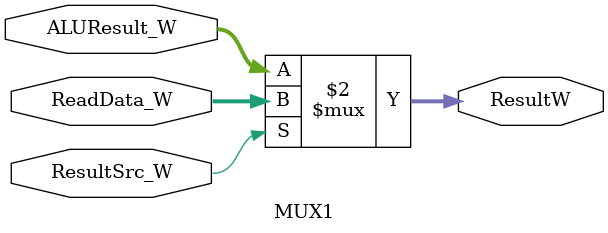
<source format=v>
`timescale 1ns / 1ps
module MUX1(ResultSrc_W,ALUResult_W,ReadData_W,ResultW);
input ResultSrc_W;
input [31:0]ALUResult_W,ReadData_W;
output [31:0]ResultW;
assign ResultW=(ResultSrc_W==1)?ReadData_W:ALUResult_W;
endmodule

</source>
